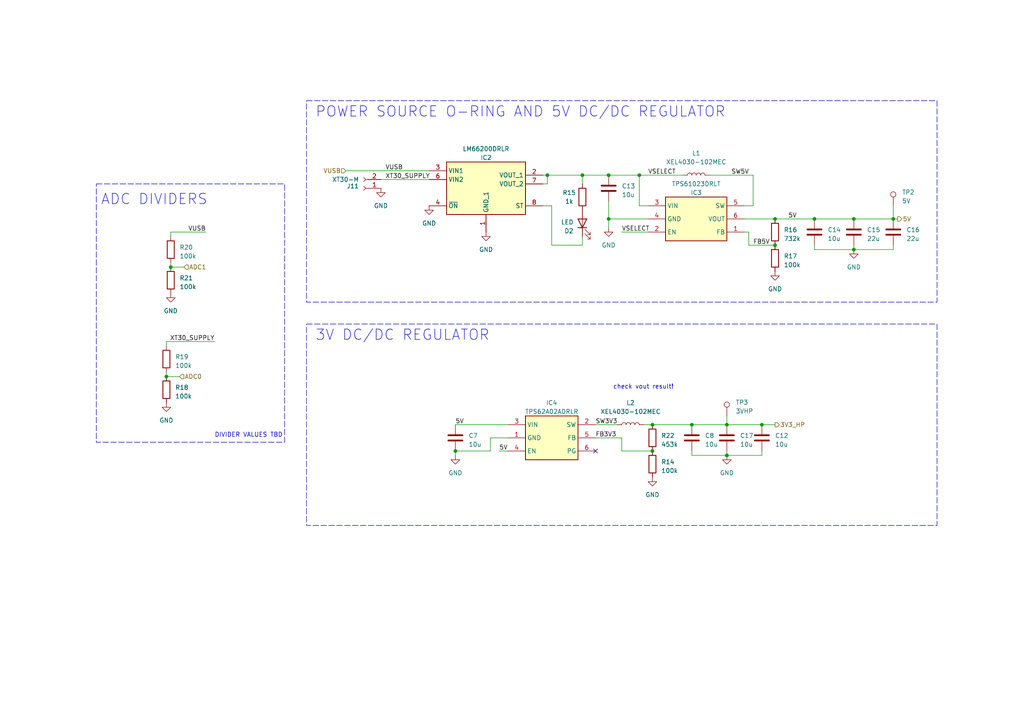
<source format=kicad_sch>
(kicad_sch (version 20231120) (generator "eeschema") (generator_version "8.0")
  (paper "A4")
  (title_block (title "Payload 2023 CM4 Board") (date "2023-04-25") (rev "0.1WIP") (company "AGH Space Systems") (comment 1 "Filip Tomczyk") (comment 2 "SQ3TLE.DEV"))
  (lib_symbols
    (symbol "Connector:Conn_01x02_Socket" (pin_names (offset 1.016) hide)
      (property "Reference" "J" (at 0 2.54 0))
      (property "Value" "Conn_01x02_Socket" (at 0 -5.08 0))
      (symbol "Conn_01x02_Socket_1_1"
        (arc (start 0 -2.032) (mid -0.5058 -2.54) (end 0 -3.048) (stroke (width 0.1524)))
        (polyline (pts (xy -1.27 -2.54) (xy -0.508 -2.54)) (stroke (width 0.1524)))
        (polyline (pts (xy -1.27 0) (xy -0.508 0)) (stroke (width 0.1524)))
        (arc (start 0 0.508) (mid -0.5058 0) (end 0 -0.508) (stroke (width 0.1524)))
        (pin passive line (at -5.08 0 0) (length 3.81) (name "Pin_1") (number "1"))
        (pin passive line (at -5.08 -2.54 0) (length 3.81) (name "Pin_2") (number "2"))
      )
    )
    (symbol "Connector:TestPoint" (pin_numbers hide) (pin_names (offset 0.762) hide)
      (property "Reference" "TP" (at 0 6.858 0))
      (property "Value" "TestPoint" (at 0 5.08 0))
      (symbol "TestPoint_0_1"
        (circle (center 0 3.302) (radius 0.762))
      )
      (symbol "TestPoint_1_1"
        (pin passive line (at 0 0 90) (length 2.54) (name "1") (number "1"))
      )
    )
    (symbol "Device:C" (pin_numbers hide) (pin_names (offset 0.254))
      (property "Reference" "C" (at 0.635 2.54 0))
      (property "Value" "C" (at 0.635 -2.54 0))
      (symbol "C_0_1"
        (polyline (pts (xy -2.032 -0.762) (xy 2.032 -0.762)) (stroke (width 0.508)))
        (polyline (pts (xy -2.032 0.762) (xy 2.032 0.762)) (stroke (width 0.508)))
      )
      (symbol "C_1_1"
        (pin passive line (at 0 3.81 270) (length 2.794) (name "~") (number "1"))
        (pin passive line (at 0 -3.81 90) (length 2.794) (name "~") (number "2"))
      )
    )
    (symbol "Device:L" (pin_numbers hide) (pin_names (offset 1.016) hide)
      (property "Reference" "L" (at -1.27 0 90))
      (property "Value" "L" (at 1.905 0 90))
      (symbol "L_0_1"
        (arc (start 0 -2.54) (mid 0.6323 -1.905) (end 0 -1.27))
        (arc (start 0 -1.27) (mid 0.6323 -0.635) (end 0 0))
        (arc (start 0 0) (mid 0.6323 0.635) (end 0 1.27))
        (arc (start 0 1.27) (mid 0.6323 1.905) (end 0 2.54))
      )
      (symbol "L_1_1"
        (pin passive line (at 0 3.81 270) (length 1.27) (name "1") (number "1"))
        (pin passive line (at 0 -3.81 90) (length 1.27) (name "2") (number "2"))
      )
    )
    (symbol "Device:LED" (pin_numbers hide) (pin_names (offset 1.016) hide)
      (property "Reference" "D" (at 0 2.54 0))
      (property "Value" "LED" (at 0 -2.54 0))
      (symbol "LED_0_1"
        (polyline (pts (xy -1.27 -1.27) (xy -1.27 1.27)) (stroke (width 0.254)))
        (polyline (pts (xy -1.27 0) (xy 1.27 0)))
        (polyline (pts (xy 1.27 -1.27) (xy 1.27 1.27) (xy -1.27 0) (xy 1.27 -1.27)) (stroke (width 0.254)))
        (polyline (pts (xy -3.048 -0.762) (xy -4.572 -2.286) (xy -3.81 -2.286) (xy -4.572 -2.286) (xy -4.572 -1.524)))
        (polyline (pts (xy -1.778 -0.762) (xy -3.302 -2.286) (xy -2.54 -2.286) (xy -3.302 -2.286) (xy -3.302 -1.524)))
      )
      (symbol "LED_1_1"
        (pin passive line (at -3.81 0 0) (length 2.54) (name "K") (number "1"))
        (pin passive line (at 3.81 0 180) (length 2.54) (name "A") (number "2"))
      )
    )
    (symbol "Device:R" (pin_numbers hide) (pin_names (offset 0))
      (property "Reference" "R" (at 2.032 0 90))
      (property "Value" "R" (at 0 0 90))
      (symbol "R_0_1"
        (rectangle (start -1.016 -2.54) (end 1.016 2.54) (stroke (width 0.254)))
      )
      (symbol "R_1_1"
        (pin passive line (at 0 3.81 270) (length 1.27) (name "~") (number "1"))
        (pin passive line (at 0 -3.81 90) (length 1.27) (name "~") (number "2"))
      )
    )
    (symbol "LibLoader:LM66200DRLR"
      (property "Reference" "IC2" (at 16.51 6.35 0))
      (property "Value" "LM66200DRLR" (at 16.51 8.89 0))
      (symbol "LM66200DRLR_1_1"
        (rectangle (start 5.08 5.08) (end 27.94 -10.16) (stroke (width 0.254)) (fill (type background)))
        (pin passive line (at 16.51 -15.24 90) (length 5.08) (name "GND_1") (number "1"))
        (pin passive line (at 33.02 1.27 180) (length 5.08) (name "VOUT_1") (number "2"))
        (pin passive line (at 0 2.54 0) (length 5.08) (name "VIN1") (number "3"))
        (pin passive line (at 0 -7.62 0) (length 5.08) (name "~{ON}") (number "4"))
        (pin passive line (at 16.51 -15.24 90) (length 5.08) hide (name "GND_2") (number "5"))
        (pin passive line (at 0 0 0) (length 5.08) (name "VIN2") (number "6"))
        (pin passive line (at 33.02 -1.27 180) (length 5.08) (name "VOUT_2") (number "7"))
        (pin passive line (at 33.02 -7.62 180) (length 5.08) (name "ST") (number "8"))
      )
    )
    (symbol "LibLoader:TPS61023DRLT"
      (property "Reference" "IC" (at 24.13 7.62 0))
      (property "Value" "TPS61023DRLT" (at 24.13 5.08 0))
      (symbol "TPS61023DRLT_1_1"
        (rectangle (start 5.08 2.54) (end 22.86 -10.16) (stroke (width 0.254)) (fill (type background)))
        (pin passive line (at 27.94 -7.62 180) (length 5.08) (name "FB") (number "1"))
        (pin passive line (at 0 -7.62 0) (length 5.08) (name "EN") (number "2"))
        (pin passive line (at 0 0 0) (length 5.08) (name "VIN") (number "3"))
        (pin passive line (at 0 -3.81 0) (length 5.08) (name "GND") (number "4"))
        (pin passive line (at 27.94 0 180) (length 5.08) (name "SW") (number "5"))
        (pin passive line (at 27.94 -3.81 180) (length 5.08) (name "VOUT") (number "6"))
      )
    )
    (symbol "LibLoader:TPS62A02ADRLR"
      (property "Reference" "IC" (at 11.43 7.62 0))
      (property "Value" "TPS62A02ADRLR" (at 5.08 5.08 0))
      (symbol "TPS62A02ADRLR_1_1"
        (rectangle (start 5.08 2.54) (end 20.32 -10.16) (stroke (width 0.254)) (fill (type background)))
        (pin passive line (at 0 -3.81 0) (length 5.08) (name "GND") (number "1"))
        (pin passive line (at 25.4 0 180) (length 5.08) (name "SW") (number "2"))
        (pin passive line (at 0 0 0) (length 5.08) (name "VIN") (number "3"))
        (pin passive line (at 0 -7.62 0) (length 5.08) (name "EN") (number "4"))
        (pin passive line (at 25.4 -3.81 180) (length 5.08) (name "FB") (number "5"))
        (pin passive line (at 25.4 -7.62 180) (length 5.08) (name "PG") (number "6"))
      )
    )
    (symbol "power:GND" (power) (pin_names (offset 0))
      (property "Value" "GND" (at 0 -3.81 0))
      (symbol "GND_0_1"
        (polyline (pts (xy 0 0) (xy 0 -1.27) (xy 1.27 -1.27) (xy 0 -2.54) (xy -1.27 -1.27) (xy 0 -1.27)))
      )
      (symbol "GND_1_1"
        (pin power_in line (at 0 0 270) (length 0) hide (name "GND") (number "1"))
      )
    )
  )
  (junction (at 210.82 132.08))
  (junction (at 48.26 109.22))
  (junction (at 132.08 130.81))
  (junction (at 200.66 123.19))
  (junction (at 176.53 50.8))
  (junction (at 259.08 63.5))
  (junction (at 158.75 50.8))
  (junction (at 49.53 77.47))
  (junction (at 210.82 123.19))
  (junction (at 236.22 63.5))
  (junction (at 168.91 50.8))
  (junction (at 220.98 123.19))
  (junction (at 189.23 123.19))
  (junction (at 247.65 63.5))
  (junction (at 176.53 63.5))
  (junction (at 224.79 71.12))
  (junction (at 189.23 130.81))
  (junction (at 224.79 63.5))
  (junction (at 247.65 72.39))
  (junction (at 185.42 50.8))
  (no_connect (at 172.72 130.81))
  (wire (pts (xy 142.24 130.81) (xy 142.24 127)))
  (wire (pts (xy 172.72 127) (xy 180.34 127)))
  (wire (pts (xy 185.42 59.69) (xy 187.96 59.69)))
  (wire (pts (xy 176.53 58.42) (xy 176.53 63.5)))
  (wire (pts (xy 260.35 63.5) (xy 259.08 63.5)))
  (wire (pts (xy 48.26 109.22) (xy 52.07 109.22)))
  (wire (pts (xy 200.66 123.19) (xy 210.82 123.19)))
  (wire (pts (xy 132.08 123.19) (xy 147.32 123.19)))
  (wire (pts (xy 215.9 63.5) (xy 224.79 63.5)))
  (wire (pts (xy 185.42 50.8) (xy 198.12 50.8)))
  (wire (pts (xy 259.08 72.39) (xy 259.08 71.12)))
  (wire (pts (xy 48.26 99.06) (xy 48.26 100.33)))
  (wire (pts (xy 49.53 76.2) (xy 49.53 77.47)))
  (wire (pts (xy 100.33 49.53) (xy 124.46 49.53)))
  (wire (pts (xy 132.08 130.81) (xy 142.24 130.81)))
  (wire (pts (xy 224.79 123.19) (xy 220.98 123.19)))
  (wire (pts (xy 147.32 130.81) (xy 144.78 130.81)))
  (wire (pts (xy 168.91 71.12) (xy 168.91 68.58)))
  (wire (pts (xy 200.66 130.81) (xy 200.66 132.08)))
  (wire (pts (xy 247.65 72.39) (xy 247.65 71.12)))
  (wire (pts (xy 236.22 72.39) (xy 236.22 71.12)))
  (wire (pts (xy 158.75 50.8) (xy 168.91 50.8)))
  (wire (pts (xy 217.17 71.12) (xy 217.17 67.31)))
  (wire (pts (xy 110.49 52.07) (xy 124.46 52.07)))
  (wire (pts (xy 210.82 132.08) (xy 220.98 132.08)))
  (wire (pts (xy 180.34 127) (xy 180.34 130.81)))
  (wire (pts (xy 205.74 50.8) (xy 218.44 50.8)))
  (wire (pts (xy 157.48 50.8) (xy 158.75 50.8)))
  (wire (pts (xy 224.79 63.5) (xy 236.22 63.5)))
  (wire (pts (xy 247.65 72.39) (xy 259.08 72.39)))
  (wire (pts (xy 49.53 67.31) (xy 59.69 67.31)))
  (wire (pts (xy 48.26 99.06) (xy 62.23 99.06)))
  (wire (pts (xy 220.98 132.08) (xy 220.98 130.81)))
  (wire (pts (xy 172.72 123.19) (xy 179.07 123.19)))
  (wire (pts (xy 176.53 63.5) (xy 187.96 63.5)))
  (wire (pts (xy 49.53 77.47) (xy 53.34 77.47)))
  (wire (pts (xy 180.34 130.81) (xy 189.23 130.81)))
  (wire (pts (xy 200.66 132.08) (xy 210.82 132.08)))
  (wire (pts (xy 210.82 123.19) (xy 220.98 123.19)))
  (wire (pts (xy 168.91 50.8) (xy 168.91 53.34)))
  (wire (pts (xy 49.53 67.31) (xy 49.53 68.58)))
  (wire (pts (xy 236.22 63.5) (xy 247.65 63.5)))
  (wire (pts (xy 217.17 71.12) (xy 224.79 71.12)))
  (wire (pts (xy 158.75 53.34) (xy 157.48 53.34)))
  (wire (pts (xy 158.75 50.8) (xy 158.75 53.34)))
  (wire (pts (xy 247.65 63.5) (xy 259.08 63.5)))
  (wire (pts (xy 218.44 50.8) (xy 218.44 59.69)))
  (wire (pts (xy 157.48 59.69) (xy 160.02 59.69)))
  (wire (pts (xy 48.26 107.95) (xy 48.26 109.22)))
  (wire (pts (xy 168.91 50.8) (xy 176.53 50.8)))
  (wire (pts (xy 180.34 67.31) (xy 187.96 67.31)))
  (wire (pts (xy 176.53 50.8) (xy 185.42 50.8)))
  (wire (pts (xy 185.42 50.8) (xy 185.42 59.69)))
  (wire (pts (xy 186.69 123.19) (xy 189.23 123.19)))
  (wire (pts (xy 160.02 71.12) (xy 168.91 71.12)))
  (wire (pts (xy 218.44 59.69) (xy 215.9 59.69)))
  (wire (pts (xy 189.23 123.19) (xy 200.66 123.19)))
  (wire (pts (xy 210.82 120.65) (xy 210.82 123.19)))
  (wire (pts (xy 176.53 66.04) (xy 176.53 63.5)))
  (wire (pts (xy 236.22 72.39) (xy 247.65 72.39)))
  (wire (pts (xy 142.24 127) (xy 147.32 127)))
  (wire (pts (xy 210.82 132.08) (xy 210.82 130.81)))
  (wire (pts (xy 160.02 59.69) (xy 160.02 71.12)))
  (wire (pts (xy 132.08 132.08) (xy 132.08 130.81)))
  (wire (pts (xy 259.08 59.69) (xy 259.08 63.5)))
  (wire (pts (xy 217.17 67.31) (xy 215.9 67.31)))
  (rectangle (start 88.9 29.21) (end 271.78 87.63) (stroke (width 0) (type dash)))
  (rectangle (start 27.94 53.34) (end 82.55 128.27) (stroke (width 0) (type dash)))
  (rectangle (start 88.9 93.98) (end 271.78 152.4) (stroke (width 0) (type dash)))
  (text "ADC DIVIDERS" (at 29.21 59.69 0) (effects (font (size 3 3)) (justify left bottom)))
  (text "POWER SOURCE O-RING AND 5V DC/DC REGULATOR" (at 91.44 34.29 0) (effects (font (size 3 3)) (justify left bottom)))
  (text "check vout result!" (at 177.8 113.03 0) (effects (font (size 1.27 1.27)) (justify left bottom)))
  (text "3V DC/DC REGULATOR" (at 91.44 99.06 0) (effects (font (size 3 3)) (justify left bottom)))
  (text "DIVIDER VALUES TBD" (at 62.23 127 0) (effects (font (size 1.27 1.27)) (justify left bottom)))
  (label "5V" (at 228.6 63.5 0))
  (label "VUSB" (at 59.69 67.31 180))
  (label "XT30_SUPPLY" (at 62.23 99.06 180))
  (label "FB5V" (at 218.44 71.12 0))
  (label "SW3V3" (at 172.72 123.19 0))
  (label "FB3V3" (at 172.72 127 0))
  (label "5V" (at 144.78 130.81 0))
  (label "XT30_SUPPLY" (at 111.76 52.07 0))
  (label "SW5V" (at 212.09 50.8 0))
  (label "VSELECT" (at 187.96 50.8 0))
  (label "VUSB" (at 111.76 49.53 0))
  (label "5V" (at 132.08 123.19 0))
  (label "VSELECT" (at 180.34 67.31 0))
  (hierarchical_label "ADC1" (shape input) (at 53.34 77.47 0))
  (hierarchical_label "3V3_HP" (shape output) (at 224.79 123.19 0))
  (hierarchical_label "ADC0" (shape input) (at 52.07 109.22 0))
  (hierarchical_label "5V" (shape output) (at 260.35 63.5 0))
  (hierarchical_label "VUSB" (shape input) (at 100.33 49.53 180))
  (symbol (lib_id "Device:LED") (at 168.91 64.77 90) (unit 1)
    (property "Reference" "D2" (at 166.37 66.9925 90) (effects (justify left)))
    (property "Value" "LED" (at 166.37 64.4525 90) (effects (justify left)))
    (property "Footprint" "Diode_SMD:D_0603_1608Metric" (effects (hide yes)))
  )
  (symbol (lib_id "Device:R") (at 168.91 57.15 180) (unit 1)
    (property "Reference" "R15" (at 165.1 55.88 0))
    (property "Value" "1k" (at 165.1 58.42 0))
    (property "Footprint" "Capacitor_SMD:C_0402_1005Metric" (effects (hide yes)))
  )
  (symbol (lib_id "Device:L") (at 182.88 123.19 90) (unit 1)
    (property "Reference" "L2" (at 182.88 116.84 90))
    (property "Value" "XEL4030-102MEC" (at 182.88 119.38 90))
    (property "Footprint" "Inductor_SMD:L_Coilcraft_XxL4030" (effects (hide yes)))
  )
  (symbol (lib_id "Device:C") (at 176.53 54.61 0) (unit 1)
    (property "Reference" "C13" (at 180.34 53.975 0) (effects (justify left)))
    (property "Value" "10u" (at 180.34 56.515 0) (effects (justify left)))
    (property "Footprint" "Capacitor_SMD:C_0805_2012Metric" (effects (hide yes)))
  )
  (symbol (lib_id "power:GND") (at 210.82 132.08 0) (unit 1)
    (property "Reference" "#PWR040" (effects (hide yes)))
    (property "Value" "GND" (at 210.82 137.16 0))
  )
  (symbol (lib_id "Device:R") (at 48.26 113.03 0) (unit 1)
    (property "Reference" "R18" (at 50.8 112.395 0) (effects (justify left)))
    (property "Value" "100k" (at 50.8 114.935 0) (effects (justify left)))
    (property "Footprint" "Capacitor_SMD:C_0402_1005Metric" (effects (hide yes)))
  )
  (symbol (lib_id "Connector:Conn_01x02_Socket") (at 105.41 54.61 180) (unit 1)
    (property "Reference" "J11" (at 104.14 53.975 0) (effects (justify left)))
    (property "Value" "XT30-M" (at 104.14 52.07 0) (effects (justify left)))
    (property "Footprint" "Connector_AMASS:AMASS_XT30U-M_1x02_P5.0mm_Vertical" (effects (hide yes)))
  )
  (symbol (lib_id "Connector:TestPoint") (at 259.08 59.69 0) (unit 1)
    (property "Reference" "TP2" (at 261.62 55.753 0) (effects (justify left)))
    (property "Value" "5V" (at 261.62 58.293 0) (effects (justify left)))
    (property "Footprint" "TestPoint:TestPoint_Pad_D2.0mm" (effects (hide yes)))
  )
  (symbol (lib_id "LibLoader:TPS61023DRLT") (at 187.96 59.69 0) (unit 1)
    (property "Reference" "IC3" (at 201.93 55.88 0))
    (property "Value" "TPS61023DRLT" (at 201.93 53.34 0))
    (property "Footprint" "SOTFL50P160X60-6N" (effects (hide yes)))
    (property "Datasheet" "http://www.ti.com/general/docs/suppproductinfo.tsp?distId=10&gotoUrl=http%3A%2F%2Fwww.ti.com%2Flit%2Fgpn%2Ftps61023" (effects (hide yes)))
    (property "Height" "0.6" (effects (hide yes)))
    (property "Mouser Part Number" "595-TPS61023DRLT" (effects (hide yes)))
    (property "Mouser Price/Stock" "https://www.mouser.co.uk/ProductDetail/Texas-Instruments/TPS61023DRLT?qs=BJlw7L4Cy78Zr3IJIU3gNw%3D%3D" (effects (hide yes)))
    (property "Manufacturer_Name" "Texas Instruments" (effects (hide yes)))
    (property "Manufacturer_Part_Number" "TPS61023DRLT" (effects (hide yes)))
  )
  (symbol (lib_id "Device:R") (at 49.53 81.28 0) (unit 1)
    (property "Reference" "R21" (at 52.07 80.645 0) (effects (justify left)))
    (property "Value" "100k" (at 52.07 83.185 0) (effects (justify left)))
    (property "Footprint" "Capacitor_SMD:C_0402_1005Metric" (effects (hide yes)))
  )
  (symbol (lib_id "Device:C") (at 259.08 67.31 0) (unit 1)
    (property "Reference" "C16" (at 262.89 66.675 0) (effects (justify left)))
    (property "Value" "22u" (at 262.89 69.215 0) (effects (justify left)))
    (property "Footprint" "Capacitor_SMD:C_0805_2012Metric" (effects (hide yes)))
  )
  (symbol (lib_id "Device:C") (at 210.82 127 0) (unit 1)
    (property "Reference" "C17" (at 214.63 126.365 0) (effects (justify left)))
    (property "Value" "10u" (at 214.63 128.905 0) (effects (justify left)))
    (property "Footprint" "Capacitor_SMD:C_0402_1005Metric" (effects (hide yes)))
  )
  (symbol (lib_id "Device:R") (at 224.79 74.93 0) (unit 1)
    (property "Reference" "R17" (at 227.33 74.295 0) (effects (justify left)))
    (property "Value" "100k" (at 227.33 76.835 0) (effects (justify left)))
    (property "Footprint" "Capacitor_SMD:C_0402_1005Metric" (effects (hide yes)))
  )
  (symbol (lib_id "power:GND") (at 132.08 132.08 0) (unit 1)
    (property "Reference" "#PWR038" (effects (hide yes)))
    (property "Value" "GND" (at 132.08 137.16 0))
  )
  (symbol (lib_id "power:GND") (at 49.53 85.09 0) (unit 1)
    (property "Reference" "#PWR037" (effects (hide yes)))
    (property "Value" "GND" (at 49.53 90.17 0))
  )
  (symbol (lib_id "Device:R") (at 48.26 104.14 0) (unit 1)
    (property "Reference" "R19" (at 50.8 103.505 0) (effects (justify left)))
    (property "Value" "100k" (at 50.8 106.045 0) (effects (justify left)))
    (property "Footprint" "Capacitor_SMD:C_0402_1005Metric" (effects (hide yes)))
  )
  (symbol (lib_id "Device:C") (at 236.22 67.31 0) (unit 1)
    (property "Reference" "C14" (at 240.03 66.675 0) (effects (justify left)))
    (property "Value" "10u" (at 240.03 69.215 0) (effects (justify left)))
    (property "Footprint" "Capacitor_SMD:C_0805_2012Metric" (effects (hide yes)))
  )
  (symbol (lib_id "Device:R") (at 224.79 67.31 0) (unit 1)
    (property "Reference" "R16" (at 227.33 66.675 0) (effects (justify left)))
    (property "Value" "732k" (at 227.33 69.215 0) (effects (justify left)))
    (property "Footprint" "Capacitor_SMD:C_0402_1005Metric" (effects (hide yes)))
  )
  (symbol (lib_id "LibLoader:LM66200DRLR") (at 124.46 52.07 0) (unit 1)
    (property "Reference" "IC2" (at 140.97 45.72 0))
    (property "Value" "LM66200DRLR" (at 140.97 43.18 0))
    (property "Footprint" "SOTFL50P160X60-8N" (effects (hide yes)))
    (property "Datasheet" "https://www.ti.com/lit/gpn/lm66200" (effects (hide yes)))
    (property "Height" "0.6" (effects (hide yes)))
    (property "Mouser Part Number" "595-LM66200DRLR" (effects (hide yes)))
    (property "Mouser Price/Stock" "https://www.mouser.co.uk/ProductDetail/Texas-Instruments/LM66200DRLR?qs=Rp5uXu7WBW90hnpZAkIOdQ%3D%3D" (effects (hide yes)))
    (property "Manufacturer_Name" "Texas Instruments" (effects (hide yes)))
    (property "Manufacturer_Part_Number" "LM66200DRLR" (effects (hide yes)))
  )
  (symbol (lib_id "Device:C") (at 132.08 127 0) (unit 1)
    (property "Reference" "C7" (at 135.89 126.365 0) (effects (justify left)))
    (property "Value" "10u" (at 135.89 128.905 0) (effects (justify left)))
    (property "Footprint" "Capacitor_SMD:C_0805_2012Metric" (effects (hide yes)))
  )
  (symbol (lib_id "power:GND") (at 48.26 116.84 0) (unit 1)
    (property "Reference" "#PWR031" (effects (hide yes)))
    (property "Value" "GND" (at 48.26 121.92 0))
  )
  (symbol (lib_id "Device:R") (at 189.23 127 0) (unit 1)
    (property "Reference" "R22" (at 191.77 126.365 0) (effects (justify left)))
    (property "Value" "453k" (at 191.77 128.905 0) (effects (justify left)))
    (property "Footprint" "Capacitor_SMD:C_0402_1005Metric" (effects (hide yes)))
  )
  (symbol (lib_id "Connector:TestPoint") (at 210.82 120.65 0) (unit 1)
    (property "Reference" "TP3" (at 213.36 116.713 0) (effects (justify left)))
    (property "Value" "3VHP" (at 213.36 119.253 0) (effects (justify left)))
    (property "Footprint" "TestPoint:TestPoint_Pad_D2.0mm" (effects (hide yes)))
  )
  (symbol (lib_id "power:GND") (at 176.53 66.04 0) (unit 1)
    (property "Reference" "#PWR034" (effects (hide yes)))
    (property "Value" "GND" (at 176.53 71.12 0))
  )
  (symbol (lib_id "Device:C") (at 247.65 67.31 0) (unit 1)
    (property "Reference" "C15" (at 251.46 66.675 0) (effects (justify left)))
    (property "Value" "22u" (at 251.46 69.215 0) (effects (justify left)))
    (property "Footprint" "Capacitor_SMD:C_0805_2012Metric" (effects (hide yes)))
  )
  (symbol (lib_id "power:GND") (at 110.49 54.61 0) (mirror y) (unit 1)
    (property "Reference" "#PWR029" (effects (hide yes)))
    (property "Value" "GND" (at 110.49 59.69 0))
  )
  (symbol (lib_id "power:GND") (at 247.65 72.39 0) (unit 1)
    (property "Reference" "#PWR036" (effects (hide yes)))
    (property "Value" "GND" (at 247.65 77.47 0))
  )
  (symbol (lib_id "power:GND") (at 189.23 138.43 0) (unit 1)
    (property "Reference" "#PWR039" (effects (hide yes)))
    (property "Value" "GND" (at 189.23 143.51 0))
  )
  (symbol (lib_id "Device:R") (at 189.23 134.62 0) (unit 1)
    (property "Reference" "R14" (at 191.77 133.985 0) (effects (justify left)))
    (property "Value" "100k" (at 191.77 136.525 0) (effects (justify left)))
    (property "Footprint" "Capacitor_SMD:C_0402_1005Metric" (effects (hide yes)))
  )
  (symbol (lib_id "power:GND") (at 224.79 78.74 0) (unit 1)
    (property "Reference" "#PWR035" (effects (hide yes)))
    (property "Value" "GND" (at 224.79 83.82 0))
  )
  (symbol (lib_id "Device:C") (at 220.98 127 0) (unit 1)
    (property "Reference" "C12" (at 224.79 126.365 0) (effects (justify left)))
    (property "Value" "10u" (at 224.79 128.905 0) (effects (justify left)))
    (property "Footprint" "Capacitor_SMD:C_0805_2012Metric" (effects (hide yes)))
  )
  (symbol (lib_id "Device:C") (at 200.66 127 0) (unit 1)
    (property "Reference" "C8" (at 204.47 126.365 0) (effects (justify left)))
    (property "Value" "10u" (at 204.47 128.905 0) (effects (justify left)))
    (property "Footprint" "Capacitor_SMD:C_0805_2012Metric" (effects (hide yes)))
  )
  (symbol (lib_id "LibLoader:TPS62A02ADRLR") (at 147.32 123.19 0) (unit 1)
    (property "Reference" "IC4" (at 160.02 116.84 0))
    (property "Value" "TPS62A02ADRLR" (at 160.02 119.38 0))
    (property "Footprint" "SOTFL50P160X60-6N" (effects (hide yes)))
    (property "Datasheet" "https://www.ti.com/lit/ds/symlink/tps62a01a.pdf?ts=1674357044768&ref_url=https%253A%252F%252Fwww.google.com%252F" (effects (hide yes)))
    (property "Height" "0.6" (effects (hide yes)))
    (property "Mouser Part Number" "595-TPS62A02ADRLR" (effects (hide yes)))
    (property "Mouser Price/Stock" "https://www.mouser.co.uk/ProductDetail/Texas-Instruments/TPS62A02ADRLR?qs=By6Nw2ByBD27zXzxBxM12w%3D%3D" (effects (hide yes)))
    (property "Manufacturer_Name" "Texas Instruments" (effects (hide yes)))
    (property "Manufacturer_Part_Number" "TPS62A02ADRLR" (effects (hide yes)))
  )
  (symbol (lib_id "Device:R") (at 49.53 72.39 0) (unit 1)
    (property "Reference" "R20" (at 52.07 71.755 0) (effects (justify left)))
    (property "Value" "100k" (at 52.07 74.295 0) (effects (justify left)))
    (property "Footprint" "Capacitor_SMD:C_0402_1005Metric" (effects (hide yes)))
  )
  (symbol (lib_id "power:GND") (at 140.97 67.31 0) (unit 1)
    (property "Reference" "#PWR030" (effects (hide yes)))
    (property "Value" "GND" (at 140.97 72.39 0))
  )
  (symbol (lib_id "Device:L") (at 201.93 50.8 90) (unit 1)
    (property "Reference" "L1" (at 201.93 44.45 90))
    (property "Value" "XEL4030-102MEC" (at 201.93 46.99 90))
    (property "Footprint" "Inductor_SMD:L_Coilcraft_XxL4030" (effects (hide yes)))
  )
  (symbol (lib_id "power:GND") (at 124.46 59.69 0) (unit 1)
    (property "Reference" "#PWR019" (effects (hide yes)))
    (property "Value" "GND" (at 124.46 64.77 0))
  )
)
</source>
